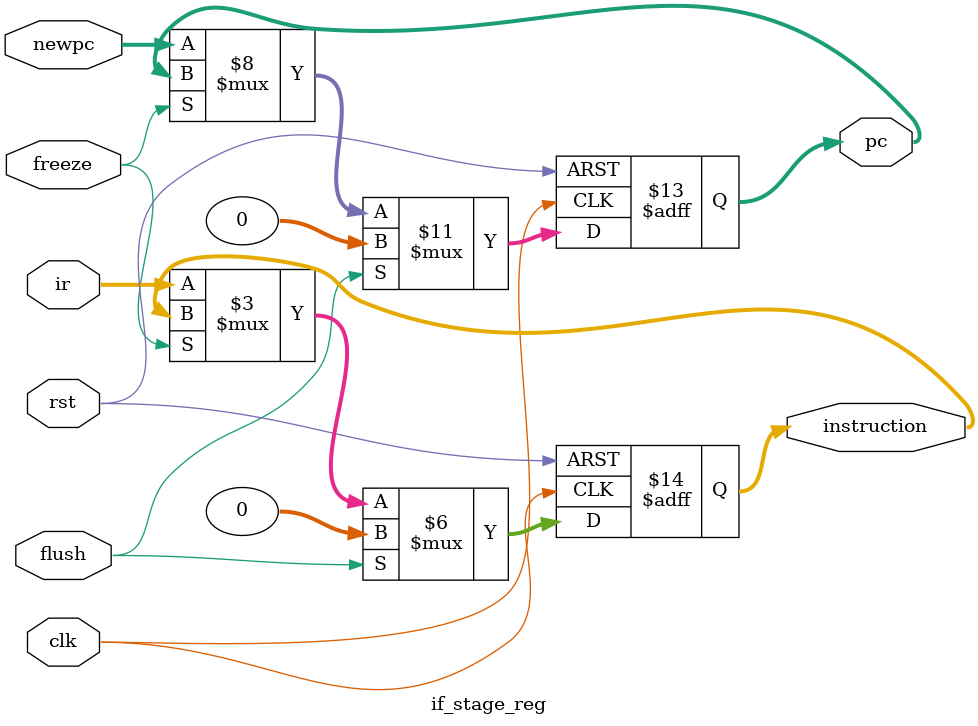
<source format=v>
module if_stage_reg(input clk,rst,freeze,flush,input[31:0]newpc,
ir,output reg [31:0]pc,instruction);

always @(posedge clk , posedge rst )begin 
	if (rst)begin 
	pc<=32'd4;
	instruction<=32'd0;
	end
	else if(flush)begin 
	instruction<=32'b0;
	pc<=32'd0;
	end 
	else if (~freeze) begin 
	pc<=newpc;
	instruction<=ir;
	end 
end
endmodule

</source>
